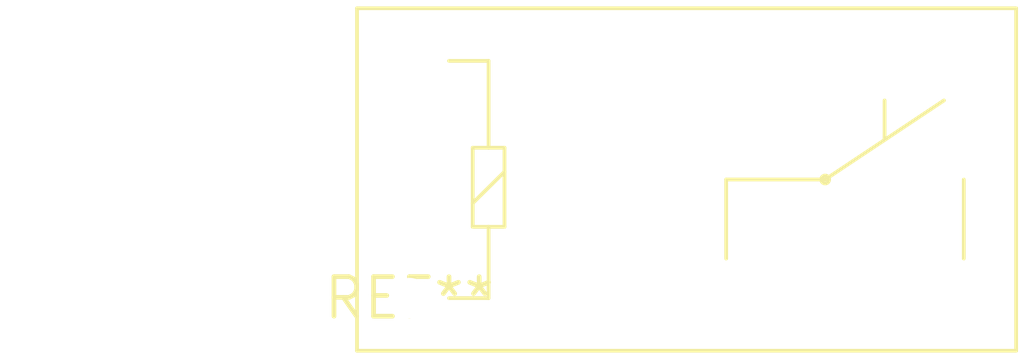
<source format=kicad_pcb>
(kicad_pcb (version 20240108) (generator pcbnew)
  (layers (0 "F.Cu" signal) (31 "B.Cu" signal) (34 "B.Paste" user) (35 "F.Paste" user) (36 "B.SilkS" user "B.Silkscreen") (37 "F.SilkS" user "F.Silkscreen") (38 "B.Mask" user) (39 "F.Mask" user) (44 "Edge.Cuts" user))
  (net 0 "")
  (footprint "Relay_SPDT_Omron-G5Q-1" (layer "F.Cu") (at 0 0)
    (property "Reference" "REF**")
    (property "Value" "Relay_SPDT_Omron-G5Q-1")
    (fp_line (start -1.68 -9.31) (end 19.46 -9.31) (layer "F.SilkS") (stroke (width 0.12)))
    (fp_line (start -1.68 1.69) (end -1.68 -9.31) (layer "F.SilkS") (stroke (width 0.12)))
    (fp_line (start -1.68 1.69) (end 19.46 1.69) (layer "F.SilkS") (stroke (width 0.12)))
    (fp_line (start 1.27 0) (end 2.54 0) (layer "F.SilkS") (stroke (width 0.12)))
    (fp_line (start 2.03 -4.83) (end 2.54 -4.83) (layer "F.SilkS") (stroke (width 0.12)))
    (fp_line (start 2.03 -3.05) (end 3.05 -4.06) (layer "F.SilkS") (stroke (width 0.12)))
    (fp_line (start 2.03 -2.29) (end 2.03 -4.83) (layer "F.SilkS") (stroke (width 0.12)))
    (fp_line (start 2.54 -7.62) (end 1.27 -7.62) (layer "F.SilkS") (stroke (width 0.12)))
    (fp_line (start 2.54 -4.83) (end 2.54 -7.62) (layer "F.SilkS") (stroke (width 0.12)))
    (fp_line (start 2.54 -4.83) (end 3.05 -4.83) (layer "F.SilkS") (stroke (width 0.12)))
    (fp_line (start 2.54 -2.29) (end 2.03 -2.29) (layer "F.SilkS") (stroke (width 0.12)))
    (fp_line (start 2.54 0) (end 2.54 -2.29) (layer "F.SilkS") (stroke (width 0.12)))
    (fp_line (start 3.05 -4.83) (end 3.05 -2.29) (layer "F.SilkS") (stroke (width 0.12)))
    (fp_line (start 3.05 -2.29) (end 2.54 -2.29) (layer "F.SilkS") (stroke (width 0.12)))
    (fp_line (start 10.16 -3.81) (end 13.335 -3.81) (layer "F.SilkS") (stroke (width 0.12)))
    (fp_line (start 10.16 -1.27) (end 10.16 -3.81) (layer "F.SilkS") (stroke (width 0.12)))
    (fp_line (start 13.335 -3.81) (end 17.145 -6.35) (layer "F.SilkS") (stroke (width 0.12)))
    (fp_line (start 15.24 -6.35) (end 15.24 -5.08) (layer "F.SilkS") (stroke (width 0.12)))
    (fp_line (start 17.78 -1.27) (end 17.78 -3.81) (layer "F.SilkS") (stroke (width 0.12)))
    (fp_line (start 19.46 1.69) (end 19.46 -9.31) (layer "F.SilkS") (stroke (width 0.12)))
    (fp_circle (center 13.335 -3.81) (end 13.462 -3.81) (layer "F.SilkS") (stroke (width 0.12)) (fill none))
    (pad "1" thru_hole rect (at 0 0 180) (size 2.3 2.3) (drill 1.3) (layers *.Cu *.Mask) (remove_unused_layers))
    (pad "2" thru_hole circle (at 10.16 0 180) (size 2.3 2.3) (drill 1.3) (layers *.Cu *.Mask) (remove_unused_layers))
    (pad "3" thru_hole circle (at 17.78 0 180) (size 2.3 2.3) (drill 1.3) (layers *.Cu *.Mask) (remove_unused_layers))
    (pad "4" thru_hole circle (at 15.24 -7.62 180) (size 2.3 2.3) (drill 1.3) (layers *.Cu *.Mask) (remove_unused_layers))
    (pad "5" thru_hole circle (at 0 -7.62 180) (size 2.3 2.3) (drill 1.3) (layers *.Cu *.Mask) (remove_unused_layers))
  )
)
</source>
